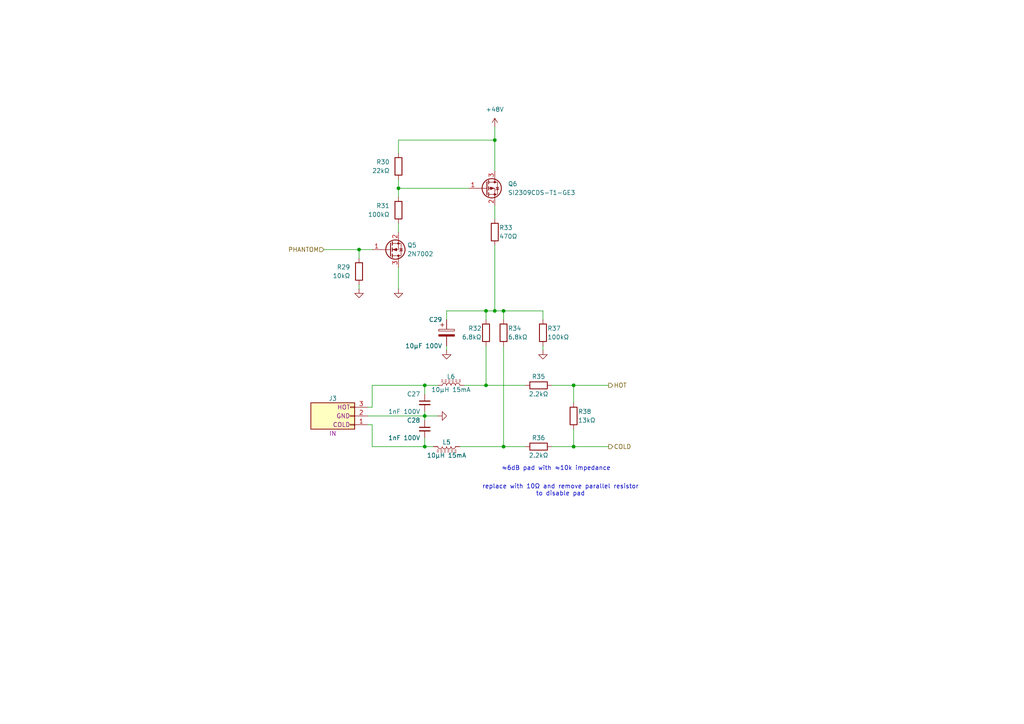
<source format=kicad_sch>
(kicad_sch (version 20250114) (generator "eeschema") (generator_version "9.0")
  (paper "A4")
  (lib_symbols
    (symbol "Device:C_Polarized" (pin_numbers (hide yes)) (pin_names (offset 0.254))
      (property "Reference" "C" (at 0.635 2.54 0))
      (property "Value" "C_Polarized" (at 0.635 -2.54 0))
      (symbol "C_Polarized_0_1"
        (rectangle (start -2.286 0.508) (end 2.286 1.016))
        (polyline (pts (xy -1.778 2.286) (xy -0.762 2.286)))
        (polyline (pts (xy -1.27 2.794) (xy -1.27 1.778)))
        (rectangle (start 2.286 -0.508) (end -2.286 -1.016) (fill (type outline)))
      )
      (symbol "C_Polarized_1_1"
        (pin passive line (at 0 3.81 270) (length 2.794) (name "~") (number "1"))
        (pin passive line (at 0 -3.81 90) (length 2.794) (name "~") (number "2"))
      )
    )
    (symbol "Device:C_Small" (pin_numbers (hide yes)) (pin_names (offset 0.254) (hide yes))
      (property "Reference" "C" (at 0.254 1.778 0))
      (property "Value" "C_Small" (at 0.254 -2.032 0))
      (symbol "C_Small_0_1"
        (polyline (pts (xy -1.524 0.508) (xy 1.524 0.508)) (stroke (width 0.3048)))
        (polyline (pts (xy -1.524 -0.508) (xy 1.524 -0.508)) (stroke (width 0.3302)))
      )
      (symbol "C_Small_1_1"
        (pin passive line (at 0 2.54 270) (length 2.032) (name "~") (number "1"))
        (pin passive line (at 0 -2.54 90) (length 2.032) (name "~") (number "2"))
      )
    )
    (symbol "Device:L_Ferrite" (pin_numbers (hide yes)) (pin_names (offset 1.016) (hide yes))
      (property "Reference" "L" (at -1.27 0 90))
      (property "Value" "L_Ferrite" (at 2.794 0 90))
      (symbol "L_Ferrite_0_1"
        (arc (start 0 2.54) (mid 0.6323 1.905) (end 0 1.27))
        (arc (start 0 1.27) (mid 0.6323 0.635) (end 0 0))
        (arc (start 0 0) (mid 0.6323 -0.635) (end 0 -1.27))
        (arc (start 0 -1.27) (mid 0.6323 -1.905) (end 0 -2.54))
        (polyline (pts (xy 1.016 2.286) (xy 1.016 2.794)))
        (polyline (pts (xy 1.016 1.27) (xy 1.016 1.778)))
        (polyline (pts (xy 1.016 0.254) (xy 1.016 0.762)))
        (polyline (pts (xy 1.016 -0.762) (xy 1.016 -0.254)))
        (polyline (pts (xy 1.016 -1.778) (xy 1.016 -1.27)))
        (polyline (pts (xy 1.016 -2.794) (xy 1.016 -2.286)))
        (polyline (pts (xy 1.524 2.794) (xy 1.524 2.286)))
        (polyline (pts (xy 1.524 1.778) (xy 1.524 1.27)))
        (polyline (pts (xy 1.524 0.762) (xy 1.524 0.254)))
        (polyline (pts (xy 1.524 -0.254) (xy 1.524 -0.762)))
        (polyline (pts (xy 1.524 -1.27) (xy 1.524 -1.778)))
        (polyline (pts (xy 1.524 -2.286) (xy 1.524 -2.794)))
      )
      (symbol "L_Ferrite_1_1"
        (pin passive line (at 0 3.81 270) (length 1.27) (name "1") (number "1"))
        (pin passive line (at 0 -3.81 90) (length 1.27) (name "2") (number "2"))
      )
    )
    (symbol "Device:R" (pin_numbers (hide yes)) (pin_names (offset 0))
      (property "Reference" "R" (at 2.032 0 90))
      (property "Value" "R" (at 0 0 90))
      (symbol "R_0_1"
        (rectangle (start -1.016 -2.54) (end 1.016 2.54) (stroke (width 0.254)))
      )
      (symbol "R_1_1"
        (pin passive line (at 0 3.81 270) (length 1.27) (name "~") (number "1"))
        (pin passive line (at 0 -3.81 90) (length 1.27) (name "~") (number "2"))
      )
    )
    (symbol "Transistor_FET:2N7002" (pin_names (hide yes))
      (property "Reference" "Q" (at 5.08 1.905 0))
      (property "Value" "2N7002" (at 5.08 0 0))
      (symbol "2N7002_0_1"
        (polyline (pts (xy 0.254 1.905) (xy 0.254 -1.905)) (stroke (width 0.254)))
        (polyline (pts (xy 0.254 0) (xy -2.54 0)))
        (polyline (pts (xy 0.762 2.286) (xy 0.762 1.27)) (stroke (width 0.254)))
        (polyline (pts (xy 0.762 0.508) (xy 0.762 -0.508)) (stroke (width 0.254)))
        (polyline (pts (xy 0.762 -1.27) (xy 0.762 -2.286)) (stroke (width 0.254)))
        (polyline (pts (xy 0.762 -1.778) (xy 3.302 -1.778) (xy 3.302 1.778) (xy 0.762 1.778)))
        (polyline (pts (xy 1.016 0) (xy 2.032 0.381) (xy 2.032 -0.381) (xy 1.016 0)) (fill (type outline)))
        (circle (center 1.651 0) (radius 2.794) (stroke (width 0.254)))
        (polyline (pts (xy 2.54 2.54) (xy 2.54 1.778)))
        (circle (center 2.54 1.778) (radius 0.254) (fill (type outline)))
        (circle (center 2.54 -1.778) (radius 0.254) (fill (type outline)))
        (polyline (pts (xy 2.54 -2.54) (xy 2.54 0) (xy 0.762 0)))
        (polyline (pts (xy 2.794 0.508) (xy 2.921 0.381) (xy 3.683 0.381) (xy 3.81 0.254)))
        (polyline (pts (xy 3.302 0.381) (xy 2.921 -0.254) (xy 3.683 -0.254) (xy 3.302 0.381)))
      )
      (symbol "2N7002_1_1"
        (pin input line (at -5.08 0 0) (length 2.54) (name "G") (number "1"))
        (pin passive line (at 2.54 5.08 270) (length 2.54) (name "D") (number "3"))
        (pin passive line (at 2.54 -5.08 90) (length 2.54) (name "S") (number "2"))
      )
    )
    (symbol "Transistor_FET:Si2371EDS" (pin_names (hide yes))
      (property "Reference" "Q" (at 5.08 1.905 0))
      (property "Value" "Si2371EDS" (at 5.08 0 0))
      (symbol "Si2371EDS_0_1"
        (polyline (pts (xy 0.254 1.905) (xy 0.254 -1.905)) (stroke (width 0.254)))
        (polyline (pts (xy 0.254 0) (xy -2.54 0)))
        (polyline (pts (xy 0.762 2.286) (xy 0.762 1.27)) (stroke (width 0.254)))
        (polyline (pts (xy 0.762 1.778) (xy 3.302 1.778) (xy 3.302 -1.778) (xy 0.762 -1.778)))
        (polyline (pts (xy 0.762 0.508) (xy 0.762 -0.508)) (stroke (width 0.254)))
        (polyline (pts (xy 0.762 -1.27) (xy 0.762 -2.286)) (stroke (width 0.254)))
        (circle (center 1.651 0) (radius 2.794) (stroke (width 0.254)))
        (polyline (pts (xy 2.286 0) (xy 1.27 0.381) (xy 1.27 -0.381) (xy 2.286 0)) (fill (type outline)))
        (polyline (pts (xy 2.54 2.54) (xy 2.54 1.778)))
        (circle (center 2.54 1.778) (radius 0.254) (fill (type outline)))
        (circle (center 2.54 -1.778) (radius 0.254) (fill (type outline)))
        (polyline (pts (xy 2.54 -2.54) (xy 2.54 0) (xy 0.762 0)))
        (polyline (pts (xy 2.794 -0.508) (xy 2.921 -0.381) (xy 3.683 -0.381) (xy 3.81 -0.254)))
        (polyline (pts (xy 3.302 -0.381) (xy 2.921 0.254) (xy 3.683 0.254) (xy 3.302 -0.381)))
      )
      (symbol "Si2371EDS_1_1"
        (pin input line (at -5.08 0 0) (length 2.54) (name "G") (number "1"))
        (pin passive line (at 2.54 5.08 270) (length 2.54) (name "D") (number "3"))
        (pin passive line (at 2.54 -5.08 90) (length 2.54) (name "S") (number "2"))
      )
    )
    (symbol "conn:Conn_01x03" (pin_names (offset 1.016) (hide yes))
      (property "Reference" "J" (at 0 5.08 0))
      (property "Purpose Pin1" "PIN 1" (at 0 2.54 0))
      (property "Purpose Pin2" "PIN 2" (at 0 0 0))
      (property "Purpose Pin3" "PIN 3" (at 0 -2.54 0))
      (property "Purpose" "Header" (at 7.62 5.08 0))
      (symbol "Conn_01x03_1_1"
        (rectangle (start -1.27 3.81) (end 11.43 -3.81) (stroke (width 0.254)) (fill (type background)))
        (rectangle (start -1.27 2.667) (end 0 2.413) (stroke (width 0.1524)))
        (rectangle (start -1.27 0.127) (end 0 -0.127) (stroke (width 0.1524)))
        (rectangle (start -1.27 -2.413) (end 0 -2.667) (stroke (width 0.1524)))
        (pin passive line (at -5.08 2.54 0) (length 3.81) (name "Pin_1") (number "1"))
        (pin passive line (at -5.08 0 0) (length 3.81) (name "Pin_2") (number "2"))
        (pin passive line (at -5.08 -2.54 0) (length 3.81) (name "Pin_3") (number "3"))
      )
    )
    (symbol "power:+48V" (power) (pin_numbers (hide yes)) (pin_names (offset 0) (hide yes))
      (property "Value" "+48V" (at 0 3.556 0))
      (symbol "+48V_0_1"
        (polyline (pts (xy -0.762 1.27) (xy 0 2.54)))
        (polyline (pts (xy 0 2.54) (xy 0.762 1.27)))
        (polyline (pts (xy 0 0) (xy 0 2.54)))
      )
      (symbol "+48V_1_1"
        (pin power_in line (at 0 0 90) (length 0) (name "~") (number "1"))
      )
    )
    (symbol "power:GND" (power) (pin_numbers (hide yes)) (pin_names (offset 0) (hide yes))
      (property "Value" "GND" (at 0 -3.81 0))
      (symbol "GND_0_1"
        (polyline (pts (xy 0 0) (xy 0 -1.27) (xy 1.27 -1.27) (xy 0 -2.54) (xy -1.27 -1.27) (xy 0 -1.27)))
      )
      (symbol "GND_1_1"
        (pin power_in line (at 0 0 270) (length 0) (name "~") (number "1"))
      )
    )
  )
  (text "≈6dB pad with ≈10k impedance" (at 161.29 135.89 0) (effects (font (size 1.27 1.27))))
  (text "replace with 10Ω and remove parallel resistor\nto disable pad" (at 162.56 142.24 0) (effects (font (size 1.27 1.27))))
  (junction (at 143.51 90.17))
  (junction (at 146.05 129.54))
  (junction (at 140.97 90.17))
  (junction (at 115.57 54.61))
  (junction (at 146.05 90.17))
  (junction (at 123.19 111.76))
  (junction (at 143.51 40.64))
  (junction (at 140.97 111.76))
  (junction (at 123.19 120.65))
  (junction (at 166.37 129.54))
  (junction (at 123.19 129.54))
  (junction (at 166.37 111.76))
  (junction (at 104.14 72.39))
  (wire (pts (xy 166.37 111.76) (xy 166.37 116.84)))
  (wire (pts (xy 106.68 118.11) (xy 107.95 118.11)))
  (wire (pts (xy 143.51 40.64) (xy 143.51 49.53)))
  (wire (pts (xy 104.14 72.39) (xy 104.14 74.93)))
  (wire (pts (xy 123.19 111.76) (xy 127 111.76)))
  (wire (pts (xy 140.97 92.71) (xy 140.97 90.17)))
  (wire (pts (xy 107.95 123.19) (xy 106.68 123.19)))
  (wire (pts (xy 123.19 127) (xy 123.19 129.54)))
  (wire (pts (xy 143.51 90.17) (xy 146.05 90.17)))
  (wire (pts (xy 146.05 129.54) (xy 152.4 129.54)))
  (wire (pts (xy 93.98 72.39) (xy 104.14 72.39)))
  (wire (pts (xy 146.05 92.71) (xy 146.05 90.17)))
  (wire (pts (xy 129.54 92.71) (xy 129.54 90.17)))
  (wire (pts (xy 107.95 72.39) (xy 104.14 72.39)))
  (wire (pts (xy 123.19 120.65) (xy 123.19 121.92)))
  (wire (pts (xy 143.51 71.12) (xy 143.51 90.17)))
  (wire (pts (xy 157.48 101.6) (xy 157.48 100.33)))
  (wire (pts (xy 129.54 101.6) (xy 129.54 100.33)))
  (wire (pts (xy 123.19 111.76) (xy 123.19 114.3)))
  (wire (pts (xy 123.19 129.54) (xy 125.73 129.54)))
  (wire (pts (xy 115.57 67.31) (xy 115.57 64.77)))
  (wire (pts (xy 115.57 44.45) (xy 115.57 40.64)))
  (wire (pts (xy 123.19 120.65) (xy 127 120.65)))
  (wire (pts (xy 133.35 129.54) (xy 146.05 129.54)))
  (wire (pts (xy 115.57 54.61) (xy 115.57 57.15)))
  (wire (pts (xy 104.14 83.82) (xy 104.14 82.55)))
  (wire (pts (xy 140.97 111.76) (xy 134.62 111.76)))
  (wire (pts (xy 166.37 129.54) (xy 176.53 129.54)))
  (wire (pts (xy 115.57 52.07) (xy 115.57 54.61)))
  (wire (pts (xy 115.57 83.82) (xy 115.57 77.47)))
  (wire (pts (xy 146.05 100.33) (xy 146.05 129.54)))
  (wire (pts (xy 129.54 90.17) (xy 140.97 90.17)))
  (wire (pts (xy 107.95 111.76) (xy 123.19 111.76)))
  (wire (pts (xy 143.51 36.83) (xy 143.51 40.64)))
  (wire (pts (xy 166.37 124.46) (xy 166.37 129.54)))
  (wire (pts (xy 123.19 129.54) (xy 107.95 129.54)))
  (wire (pts (xy 143.51 90.17) (xy 140.97 90.17)))
  (wire (pts (xy 146.05 90.17) (xy 157.48 90.17)))
  (wire (pts (xy 143.51 59.69) (xy 143.51 63.5)))
  (wire (pts (xy 160.02 111.76) (xy 166.37 111.76)))
  (wire (pts (xy 115.57 40.64) (xy 143.51 40.64)))
  (wire (pts (xy 135.89 54.61) (xy 115.57 54.61)))
  (wire (pts (xy 107.95 129.54) (xy 107.95 123.19)))
  (wire (pts (xy 157.48 92.71) (xy 157.48 90.17)))
  (wire (pts (xy 166.37 111.76) (xy 176.53 111.76)))
  (wire (pts (xy 140.97 111.76) (xy 152.4 111.76)))
  (wire (pts (xy 107.95 118.11) (xy 107.95 111.76)))
  (wire (pts (xy 160.02 129.54) (xy 166.37 129.54)))
  (wire (pts (xy 140.97 100.33) (xy 140.97 111.76)))
  (wire (pts (xy 123.19 119.38) (xy 123.19 120.65)))
  (wire (pts (xy 106.68 120.65) (xy 123.19 120.65)))
  (hierarchical_label "COLD" (shape output) (at 176.53 129.54 0))
  (hierarchical_label "PHANTOM" (shape input) (at 93.98 72.39 180))
  (hierarchical_label "HOT" (shape output) (at 176.53 111.76 0))
  (symbol (lib_id "Device:R") (at 156.21 129.54 90) (mirror x) (unit 1)
    (property "Reference" "R16" (at 156.21 127 90))
    (property "Value" "2.2kΩ" (at 156.21 132.08 90))
    (property "Footprint" "Resistor_SMD:R_0603_1608Metric" (effects (hide yes)))
    (property "Description" "Resistor" (effects (hide yes)))
    (property "MPN" "R 2.2kΩ 125mW 1% 0603" (effects (hide yes)))
    (instances (project "mv2_taa3040" (path "" (reference "R36") (unit 1)) (path "" (reference "R16") (unit 1)) (path "" (reference "R46") (unit 1)) (path "" (reference "R26") (unit 1))))
  )
  (symbol (lib_id "Device:R") (at 156.21 111.76 90) (unit 1)
    (property "Reference" "R15" (at 156.21 109.22 90))
    (property "Value" "2.2kΩ" (at 156.21 114.3 90))
    (property "Footprint" "Resistor_SMD:R_0603_1608Metric" (effects (hide yes)))
    (property "Description" "Resistor" (effects (hide yes)))
    (property "MPN" "R 2.2kΩ 125mW 1% 0603" (effects (hide yes)))
    (instances (project "mv2_taa3040" (path "" (reference "R35") (unit 1)) (path "" (reference "R15") (unit 1)) (path "" (reference "R45") (unit 1)) (path "" (reference "R25") (unit 1))))
  )
  (symbol (lib_id "Device:C_Polarized") (at 129.54 96.52 0) (unit 1)
    (property "Reference" "C23" (at 128.27 92.71 0) (effects (justify right)))
    (property "Value" "10μF 100V" (at 128.27 100.33 0) (effects (justify right)))
    (property "Footprint" "Capacitor_THT:CP_Radial_D5.0mm_P2.00mm" (effects (hide yes)))
    (property "Description" "Polarized capacitor" (effects (hide yes)))
    (property "MPN" "C 10μF 100V P2" (effects (hide yes)))
    (instances (project "mv2_taa3040" (path "" (reference "C29") (unit 1)) (path "" (reference "C23") (unit 1)) (path "" (reference "C34") (unit 1)) (path "" (reference "C26") (unit 1))))
  )
  (symbol (lib_id "Device:C_Small") (at 123.19 116.84 0) (unit 1)
    (property "Reference" "C21" (at 121.92 114.3 0) (effects (justify right)))
    (property "Value" "1nF 100V" (at 121.92 119.38 0) (effects (justify right)))
    (property "Footprint" "Capacitor_SMD:C_0805_2012Metric" (effects (hide yes)))
    (property "Description" "Unpolarized capacitor, small symbol" (effects (hide yes)))
    (property "MPN" "C 1nF 100V 0805" (effects (hide yes)))
    (instances (project "mv2_taa3040" (path "" (reference "C27") (unit 1)) (path "" (reference "C21") (unit 1)) (path "" (reference "C32") (unit 1)) (path "" (reference "C24") (unit 1))))
  )
  (symbol (lib_id "Device:L_Ferrite") (at 129.54 129.54 90) (mirror x) (unit 1) (in_bom no)
    (property "Reference" "L1" (at 129.54 128.27 90))
    (property "Value" "10μH 15mA" (at 129.54 132.08 90))
    (property "Footprint" "Inductor_SMD:L_0805_2012Metric" (effects (hide yes)))
    (property "Description" "Inductor with ferrite core" (effects (hide yes)))
    (property "MPN" "SDFL1608S100KTF or LQM21FN100N00L" (effects (hide yes)))
    (property "LCSC" "C1046" (effects (hide yes)))
    (instances (project "mv2_taa3040" (path "" (reference "L5") (unit 1)) (path "" (reference "L1") (unit 1)) (path "" (reference "L7") (unit 1)) (path "" (reference "L3") (unit 1))))
  )
  (symbol (lib_id "Transistor_FET:Si2371EDS") (at 140.97 54.61 0) (unit 1)
    (property "Reference" "Q2" (at 147.32 53.3399 0) (effects (justify left)))
    (property "Value" "SI2309CDS-T1-GE3" (at 147.32 55.8799 0) (effects (justify left)))
    (property "Footprint" "Package_TO_SOT_SMD:SOT-23" (effects (hide yes)))
    (property "Datasheet" "http://www.vishay.com/docs/63924/si2371eds.pdf" (effects (hide yes)))
    (property "MPN" "SI2309CDS-T1-GE3" (effects (hide yes)))
    (instances (project "mv2_taa3040" (path "" (reference "Q6") (unit 1)) (path "" (reference "Q2") (unit 1)) (path "" (reference "Q8") (unit 1)) (path "" (reference "Q4") (unit 1))))
  )
  (symbol (lib_id "power:GND") (at 129.54 101.6 0) (unit 1)
    (property "Reference" "#PWR039" (effects (hide yes)))
    (property "Value" "GND" (effects (hide yes)))
    (property "Description" "Power symbol creates a global label with name \"GND\" , ground" (effects (hide yes)))
    (instances (project "mv2_taa3040" (path "" (reference "#PWR055") (unit 1)) (path "" (reference "#PWR039") (unit 1)) (path "" (reference "#PWR073") (unit 1)) (path "" (reference "#PWR047") (unit 1))))
  )
  (symbol (lib_id "Transistor_FET:2N7002") (at 113.03 72.39 0) (mirror x) (unit 1)
    (property "Reference" "Q1" (at 118.11 71.12 0) (effects (justify left)))
    (property "Value" "2N7002" (at 118.11 73.66 0) (effects (justify left)))
    (property "Footprint" "Package_TO_SOT_SMD:SOT-23" (effects (hide yes)))
    (property "Datasheet" "https://www.onsemi.com/pub/Collateral/NDS7002A-D.PDF" (effects (hide yes)))
    (property "Description" "0.115A Id, 60V Vds, N-Channel MOSFET, SOT-23" (effects (hide yes)))
    (property "Part" "2N7002" (effects (hide yes)))
    (property "LCSC" "C8545" (effects (hide yes)))
    (property "MPN" "2N7002" (effects (hide yes)))
    (instances (project "mv2_taa3040" (path "" (reference "Q5") (unit 1)) (path "" (reference "Q1") (unit 1)) (path "" (reference "Q7") (unit 1)) (path "" (reference "Q3") (unit 1))))
  )
  (symbol (lib_id "conn:Conn_01x03") (at 101.6 120.65 180) (unit 1)
    (property "Reference" "J1" (at 96.52 115.57 0))
    (property "Value" "MTA100-3" (effects (hide yes)))
    (property "Footprint" "Connector_MTA-100:mta100_01x3_P2.54_640455-3" (effects (hide yes)))
    (property "Description" "Generic connector, single row, 01x03, script generated (kicad-library-utils/schlib/autogen/connector/)" (effects (hide yes)))
    (property "Purpose Pin1" "COLD" (at 101.6 123.19 0) (effects (justify left)))
    (property "Purpose Pin2" "GND" (at 101.6 120.65 0) (effects (justify left)))
    (property "Purpose Pin3" "HOT" (at 101.6 118.11 0) (effects (justify left)))
    (property "Purpose" "IN" (at 96.52 125.73 0))
    (property "MPN" "640457-3" (effects (hide yes)))
    (instances (project "" (path "" (reference "J3") (unit 1)) (path "" (reference "J1") (unit 1)) (path "" (reference "J5") (unit 1)) (path "" (reference "J2") (unit 1))))
  )
  (symbol (lib_id "Device:L_Ferrite") (at 130.81 111.76 90) (unit 1) (in_bom no)
    (property "Reference" "L2" (at 130.81 109.22 90))
    (property "Value" "10μH 15mA" (at 130.81 113.03 90))
    (property "Footprint" "Inductor_SMD:L_0805_2012Metric" (effects (hide yes)))
    (property "Description" "Inductor with ferrite core" (effects (hide yes)))
    (property "MPN" "SDFL1608S100KTF or LQM21FN100N00L" (effects (hide yes)))
    (property "LCSC" "C1046" (effects (hide yes)))
    (instances (project "mv2_taa3040" (path "" (reference "L6") (unit 1)) (path "" (reference "L2") (unit 1)) (path "" (reference "L8") (unit 1)) (path "" (reference "L4") (unit 1))))
  )
  (symbol (lib_id "Device:R") (at 140.97 96.52 0) (mirror y) (unit 1)
    (property "Reference" "R12" (at 139.7 95.25 0) (effects (justify left)))
    (property "Value" "6.8kΩ" (at 139.7 97.79 0) (effects (justify left)))
    (property "Footprint" "Resistor_SMD:R_0603_1608Metric" (effects (hide yes)))
    (property "Description" "Resistor" (effects (hide yes)))
    (property "MPN" "R 6.8kΩ 125mW 1% 0603" (effects (hide yes)))
    (instances (project "mv2_taa3040" (path "" (reference "R32") (unit 1)) (path "" (reference "R12") (unit 1)) (path "" (reference "R42") (unit 1)) (path "" (reference "R22") (unit 1))))
  )
  (symbol (lib_id "Device:R") (at 146.05 96.52 0) (unit 1)
    (property "Reference" "R14" (at 147.32 95.25 0) (effects (justify left)))
    (property "Value" "6.8kΩ" (at 147.32 97.79 0) (effects (justify left)))
    (property "Footprint" "Resistor_SMD:R_0603_1608Metric" (effects (hide yes)))
    (property "Description" "Resistor" (effects (hide yes)))
    (property "MPN" "R 6.8kΩ 125mW 1% 0603" (effects (hide yes)))
    (instances (project "mv2_taa3040" (path "" (reference "R34") (unit 1)) (path "" (reference "R14") (unit 1)) (path "" (reference "R44") (unit 1)) (path "" (reference "R24") (unit 1))))
  )
  (symbol (lib_id "power:GND") (at 115.57 83.82 0) (mirror y) (unit 1)
    (property "Reference" "#PWR037" (effects (hide yes)))
    (property "Value" "GND" (effects (hide yes)))
    (property "Description" "Power symbol creates a global label with name \"GND\" , ground" (effects (hide yes)))
    (instances (project "mv2_taa3040" (path "" (reference "#PWR053") (unit 1)) (path "" (reference "#PWR037") (unit 1)) (path "" (reference "#PWR071") (unit 1)) (path "" (reference "#PWR045") (unit 1))))
  )
  (symbol (lib_id "Device:R") (at 115.57 60.96 0) (mirror y) (unit 1)
    (property "Reference" "R11" (at 113.03 59.6899 0) (effects (justify left)))
    (property "Value" "100kΩ" (at 113.03 62.2299 0) (effects (justify left)))
    (property "Footprint" "Resistor_SMD:R_0603_1608Metric" (effects (hide yes)))
    (property "Description" "Resistor" (effects (hide yes)))
    (property "MPN" "R 100kΩ 125mW 5% 0603" (effects (hide yes)))
    (instances (project "mv2_taa3040" (path "" (reference "R31") (unit 1)) (path "" (reference "R11") (unit 1)) (path "" (reference "R41") (unit 1)) (path "" (reference "R21") (unit 1))))
  )
  (symbol (lib_id "Device:C_Small") (at 123.19 124.46 0) (unit 1)
    (property "Reference" "C22" (at 121.92 121.92 0) (effects (justify right)))
    (property "Value" "1nF 100V" (at 121.92 127 0) (effects (justify right)))
    (property "Footprint" "Capacitor_SMD:C_0805_2012Metric" (effects (hide yes)))
    (property "Description" "Unpolarized capacitor, small symbol" (effects (hide yes)))
    (property "MPN" "C 1nF 100V 0805" (effects (hide yes)))
    (instances (project "mv2_taa3040" (path "" (reference "C28") (unit 1)) (path "" (reference "C22") (unit 1)) (path "" (reference "C33") (unit 1)) (path "" (reference "C25") (unit 1))))
  )
  (symbol (lib_id "Device:R") (at 143.51 67.31 0) (unit 1)
    (property "Reference" "R13" (at 144.78 66.04 0) (effects (justify left)))
    (property "Value" "470Ω" (at 144.78 68.58 0) (effects (justify left)))
    (property "Footprint" "Resistor_SMD:R_0603_1608Metric" (effects (hide yes)))
    (property "Description" "Resistor" (effects (hide yes)))
    (property "MPN" "R 470Ω 125mW 5% 0603" (effects (hide yes)))
    (instances (project "mv2_taa3040" (path "" (reference "R33") (unit 1)) (path "" (reference "R13") (unit 1)) (path "" (reference "R43") (unit 1)) (path "" (reference "R23") (unit 1))))
  )
  (symbol (lib_id "Device:R") (at 157.48 96.52 0) (unit 1)
    (property "Reference" "R17" (at 158.75 95.25 0) (effects (justify left)))
    (property "Value" "100kΩ" (at 158.75 97.79 0) (effects (justify left)))
    (property "Footprint" "Resistor_SMD:R_0603_1608Metric" (effects (hide yes)))
    (property "Description" "Resistor" (effects (hide yes)))
    (property "MPN" "R 100kΩ 125mW 5% 0603" (effects (hide yes)))
    (instances (project "mv2_taa3040" (path "" (reference "R37") (unit 1)) (path "" (reference "R17") (unit 1)) (path "" (reference "R47") (unit 1)) (path "" (reference "R27") (unit 1))))
  )
  (symbol (lib_id "Device:R") (at 166.37 120.65 0) (unit 1)
    (property "Reference" "R18" (at 167.64 119.38 0) (effects (justify left)))
    (property "Value" "13kΩ" (at 167.64 121.92 0) (effects (justify left)))
    (property "Footprint" "Resistor_SMD:R_0603_1608Metric" (effects (hide yes)))
    (property "Description" "Resistor" (effects (hide yes)))
    (property "MPN" "R 13kΩ 125mW 1% 0603" (effects (hide yes)))
    (instances (project "mv2_taa3040" (path "" (reference "R38") (unit 1)) (path "" (reference "R18") (unit 1)) (path "" (reference "R48") (unit 1)) (path "" (reference "R28") (unit 1))))
  )
  (symbol (lib_id "power:GND") (at 127 120.65 90) (unit 1)
    (property "Reference" "#PWR038" (effects (hide yes)))
    (property "Value" "GND" (effects (hide yes)))
    (property "Description" "Power symbol creates a global label with name \"GND\" , ground" (effects (hide yes)))
    (instances (project "mv2_taa3040" (path "" (reference "#PWR054") (unit 1)) (path "" (reference "#PWR038") (unit 1)) (path "" (reference "#PWR072") (unit 1)) (path "" (reference "#PWR046") (unit 1))))
  )
  (symbol (lib_id "Device:R") (at 115.57 48.26 0) (mirror y) (unit 1)
    (property "Reference" "R10" (at 113.03 46.9899 0) (effects (justify left)))
    (property "Value" "22kΩ" (at 113.03 49.5299 0) (effects (justify left)))
    (property "Footprint" "Resistor_SMD:R_0603_1608Metric" (effects (hide yes)))
    (property "Description" "Resistor" (effects (hide yes)))
    (property "MPN" "R 22kΩ 125mW 5% 0603" (effects (hide yes)))
    (instances (project "mv2_taa3040" (path "" (reference "R30") (unit 1)) (path "" (reference "R10") (unit 1)) (path "" (reference "R40") (unit 1)) (path "" (reference "R20") (unit 1))))
  )
  (symbol (lib_id "power:GND") (at 157.48 101.6 0) (unit 1)
    (property "Reference" "#PWR041" (effects (hide yes)))
    (property "Value" "GND" (effects (hide yes)))
    (property "Description" "Power symbol creates a global label with name \"GND\" , ground" (effects (hide yes)))
    (instances (project "mv2_taa3040" (path "" (reference "#PWR057") (unit 1)) (path "" (reference "#PWR041") (unit 1)) (path "" (reference "#PWR075") (unit 1)) (path "" (reference "#PWR049") (unit 1))))
  )
  (symbol (lib_id "power:+48V") (at 143.51 36.83 0) (unit 1)
    (property "Reference" "#PWR040" (effects (hide yes)))
    (property "Value" "+48V" (at 143.51 31.75 0))
    (property "Description" "Power symbol creates a global label with name \"+48V\"" (effects (hide yes)))
    (instances (project "mv2_taa3040" (path "" (reference "#PWR056") (unit 1)) (path "" (reference "#PWR040") (unit 1)) (path "" (reference "#PWR074") (unit 1)) (path "" (reference "#PWR048") (unit 1))))
  )
  (symbol (lib_id "power:GND") (at 104.14 83.82 0) (mirror y) (unit 1)
    (property "Reference" "#PWR036" (effects (hide yes)))
    (property "Value" "GND" (effects (hide yes)))
    (property "Description" "Power symbol creates a global label with name \"GND\" , ground" (effects (hide yes)))
    (instances (project "mv2_taa3040" (path "" (reference "#PWR052") (unit 1)) (path "" (reference "#PWR036") (unit 1)) (path "" (reference "#PWR070") (unit 1)) (path "" (reference "#PWR044") (unit 1))))
  )
  (symbol (lib_id "Device:R") (at 104.14 78.74 0) (mirror y) (unit 1)
    (property "Reference" "R9" (at 101.6 77.4699 0) (effects (justify left)))
    (property "Value" "10kΩ" (at 101.6 80.0099 0) (effects (justify left)))
    (property "Footprint" "Resistor_SMD:R_0603_1608Metric" (effects (hide yes)))
    (property "Description" "Resistor" (effects (hide yes)))
    (property "MPN" "R 10kΩ 125mW 5% 0603" (effects (hide yes)))
    (instances (project "mv2_taa3040" (path "" (reference "R29") (unit 1)) (path "" (reference "R9") (unit 1)) (path "" (reference "R39") (unit 1)) (path "" (reference "R19") (unit 1))))
  )
)
</source>
